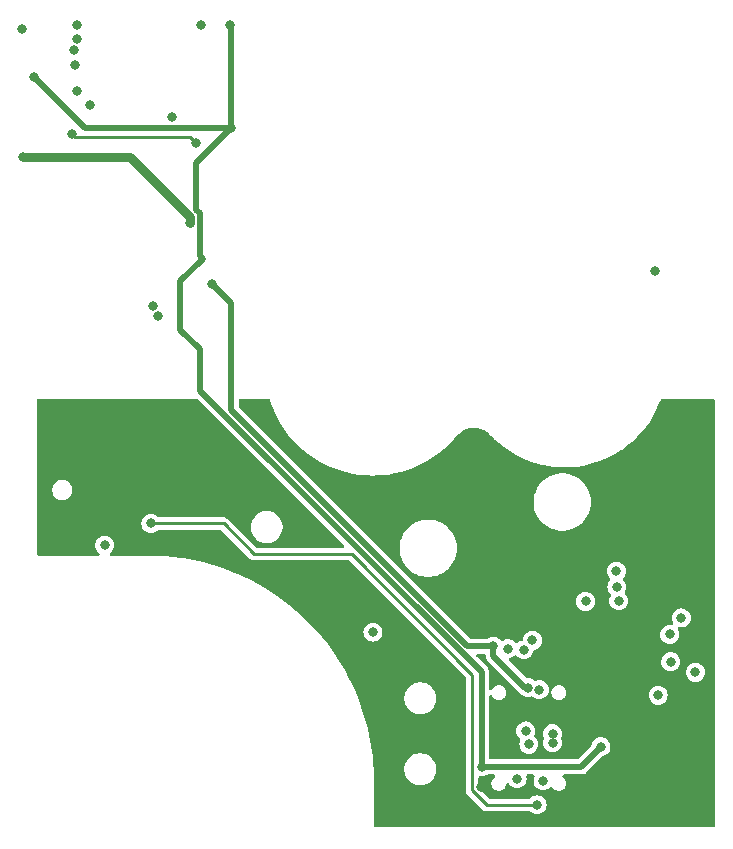
<source format=gbr>
G04 #@! TF.GenerationSoftware,KiCad,Pcbnew,8.0.8+dfsg-1*
G04 #@! TF.CreationDate,2025-03-16T16:51:26-04:00*
G04 #@! TF.ProjectId,RUST_Daughterboard,52555354-5f44-4617-9567-68746572626f,rev?*
G04 #@! TF.SameCoordinates,Original*
G04 #@! TF.FileFunction,Copper,L3,Inr*
G04 #@! TF.FilePolarity,Positive*
%FSLAX46Y46*%
G04 Gerber Fmt 4.6, Leading zero omitted, Abs format (unit mm)*
G04 Created by KiCad (PCBNEW 8.0.8+dfsg-1) date 2025-03-16 16:51:26*
%MOMM*%
%LPD*%
G01*
G04 APERTURE LIST*
G04 #@! TA.AperFunction,ViaPad*
%ADD10C,0.800000*%
G04 #@! TD*
G04 #@! TA.AperFunction,Conductor*
%ADD11C,0.750000*%
G04 #@! TD*
G04 #@! TA.AperFunction,Conductor*
%ADD12C,0.500000*%
G04 #@! TD*
G04 #@! TA.AperFunction,Conductor*
%ADD13C,0.250000*%
G04 #@! TD*
G04 APERTURE END LIST*
D10*
X159132660Y-135507340D03*
X124723699Y-73134294D03*
X133200000Y-111400000D03*
X120300000Y-71300000D03*
X134512299Y-87737701D03*
X176100000Y-126800000D03*
X132500000Y-103900000D03*
X165600000Y-123300000D03*
X148800000Y-123800000D03*
X160600000Y-130800000D03*
X172700000Y-126800000D03*
X130900000Y-110600000D03*
X127400000Y-112800000D03*
X123600000Y-112600000D03*
X150500000Y-110500000D03*
X151500000Y-110500000D03*
X120396006Y-82200000D03*
X174149991Y-127749991D03*
X162924500Y-130769253D03*
X161400000Y-123800000D03*
X175200000Y-124900000D03*
X163100633Y-127097547D03*
X160200000Y-123600000D03*
X177300000Y-125800000D03*
X136400000Y-92900000D03*
X138000000Y-79700000D03*
X121300000Y-75400000D03*
X169300000Y-132100000D03*
X159200000Y-133800000D03*
X137900000Y-71000000D03*
X170650000Y-118550000D03*
X124800000Y-74400000D03*
X124909034Y-72152125D03*
X170600000Y-117250000D03*
X133000000Y-78750000D03*
X164083366Y-127279866D03*
X124900000Y-76600000D03*
X170800000Y-119750000D03*
X126000000Y-77750000D03*
X168000000Y-119800000D03*
X163500000Y-123100000D03*
X176100000Y-121200000D03*
X164400000Y-134974990D03*
X127275000Y-115050000D03*
X163200000Y-131900000D03*
X163900000Y-137025010D03*
X131200000Y-113200000D03*
X150000000Y-122400000D03*
X162200000Y-134800000D03*
X165201292Y-131775010D03*
X131400000Y-94800000D03*
X131826000Y-95600000D03*
X165201292Y-131001292D03*
X173850000Y-91850000D03*
X162775000Y-123900000D03*
X175124500Y-122600000D03*
X135400000Y-71000000D03*
X124900000Y-71000000D03*
X124500000Y-80250000D03*
X135000000Y-81000000D03*
D11*
X134512299Y-87737701D02*
X134512299Y-87268299D01*
X129444000Y-82200000D02*
X120396006Y-82200000D01*
X134512299Y-87268299D02*
X129444000Y-82200000D01*
D12*
X162911547Y-127097547D02*
X163100633Y-127097547D01*
X138000000Y-94500000D02*
X138000000Y-103610756D01*
X157989244Y-123600000D02*
X160200000Y-123600000D01*
X160200000Y-123600000D02*
X160200000Y-124386000D01*
X136400000Y-92900000D02*
X138000000Y-94500000D01*
X160200000Y-124386000D02*
X162911547Y-127097547D01*
X138000000Y-103610756D02*
X157989244Y-123600000D01*
X135361810Y-98461810D02*
X135361810Y-101961810D01*
X138000000Y-79700000D02*
X138000000Y-71100000D01*
X135050000Y-86639952D02*
X135361810Y-86951762D01*
X167600000Y-133800000D02*
X169300000Y-132100000D01*
X135361810Y-86951762D02*
X135361810Y-90561810D01*
X133700000Y-92700000D02*
X133700000Y-96800000D01*
X135361810Y-90561810D02*
X135600000Y-90800000D01*
X159200000Y-125800000D02*
X159200000Y-133800000D01*
X133700000Y-96800000D02*
X135361810Y-98461810D01*
X135600000Y-90800000D02*
X133700000Y-92700000D01*
X125600000Y-79700000D02*
X138000000Y-79700000D01*
X135050000Y-82650000D02*
X135050000Y-86639952D01*
X121300000Y-75400000D02*
X125600000Y-79700000D01*
X159200000Y-133800000D02*
X167600000Y-133800000D01*
X138000000Y-71100000D02*
X137900000Y-71000000D01*
X138000000Y-79700000D02*
X135050000Y-82650000D01*
X135361810Y-101961810D02*
X159200000Y-125800000D01*
D13*
X158400000Y-126000000D02*
X158400000Y-135800000D01*
X137350000Y-113200000D02*
X139950000Y-115800000D01*
X159625010Y-137025010D02*
X163900000Y-137025010D01*
X148200000Y-115800000D02*
X158400000Y-126000000D01*
X131200000Y-113200000D02*
X137350000Y-113200000D01*
X139950000Y-115800000D02*
X148200000Y-115800000D01*
X158400000Y-135800000D02*
X159625010Y-137025010D01*
X135000000Y-81000000D02*
X134500000Y-80500000D01*
X134500000Y-80500000D02*
X124750000Y-80500000D01*
X124750000Y-80500000D02*
X124500000Y-80250000D01*
G04 #@! TA.AperFunction,Conductor*
G36*
X135125985Y-102650002D02*
G01*
X135146959Y-102666905D01*
X147539459Y-115059405D01*
X147573485Y-115121717D01*
X147568420Y-115192532D01*
X147525873Y-115249368D01*
X147459353Y-115274179D01*
X147450364Y-115274500D01*
X140219859Y-115274500D01*
X140151738Y-115254498D01*
X140130764Y-115237595D01*
X138286882Y-113393713D01*
X139649500Y-113393713D01*
X139649500Y-113606287D01*
X139682754Y-113816243D01*
X139748443Y-114018412D01*
X139844949Y-114207816D01*
X139969896Y-114379792D01*
X139969898Y-114379794D01*
X139969900Y-114379797D01*
X140120202Y-114530099D01*
X140120205Y-114530101D01*
X140120208Y-114530104D01*
X140292184Y-114655051D01*
X140481588Y-114751557D01*
X140683757Y-114817246D01*
X140893713Y-114850500D01*
X140893716Y-114850500D01*
X141106284Y-114850500D01*
X141106287Y-114850500D01*
X141316243Y-114817246D01*
X141518412Y-114751557D01*
X141707816Y-114655051D01*
X141879792Y-114530104D01*
X142030104Y-114379792D01*
X142155051Y-114207816D01*
X142251557Y-114018412D01*
X142317246Y-113816243D01*
X142350500Y-113606287D01*
X142350500Y-113393713D01*
X142317246Y-113183757D01*
X142251557Y-112981588D01*
X142155051Y-112792184D01*
X142030104Y-112620208D01*
X142030101Y-112620205D01*
X142030099Y-112620202D01*
X141879797Y-112469900D01*
X141879794Y-112469898D01*
X141879792Y-112469896D01*
X141707816Y-112344949D01*
X141518412Y-112248443D01*
X141316243Y-112182754D01*
X141106287Y-112149500D01*
X140893713Y-112149500D01*
X140683757Y-112182754D01*
X140683754Y-112182754D01*
X140683753Y-112182755D01*
X140481588Y-112248443D01*
X140481586Y-112248444D01*
X140292180Y-112344951D01*
X140120205Y-112469898D01*
X140120202Y-112469900D01*
X139969900Y-112620202D01*
X139969898Y-112620205D01*
X139844951Y-112792180D01*
X139748444Y-112981586D01*
X139748443Y-112981588D01*
X139723729Y-113057651D01*
X139682754Y-113183757D01*
X139649500Y-113393713D01*
X138286882Y-113393713D01*
X137777693Y-112884524D01*
X137777681Y-112884510D01*
X137672671Y-112779500D01*
X137672661Y-112779492D01*
X137552838Y-112710313D01*
X137552837Y-112710312D01*
X137552836Y-112710312D01*
X137524591Y-112702743D01*
X137524589Y-112702742D01*
X137475669Y-112689634D01*
X137419183Y-112674499D01*
X137280817Y-112674499D01*
X137273099Y-112674499D01*
X137273083Y-112674500D01*
X131858768Y-112674500D01*
X131790647Y-112654498D01*
X131769677Y-112637599D01*
X131702262Y-112570184D01*
X131702261Y-112570183D01*
X131702259Y-112570181D01*
X131549525Y-112474212D01*
X131549522Y-112474211D01*
X131537190Y-112469896D01*
X131379255Y-112414632D01*
X131200000Y-112394435D01*
X131020745Y-112414632D01*
X131020742Y-112414632D01*
X131020742Y-112414633D01*
X130850477Y-112474211D01*
X130850474Y-112474212D01*
X130697739Y-112570182D01*
X130697737Y-112570183D01*
X130570183Y-112697737D01*
X130570182Y-112697739D01*
X130474212Y-112850474D01*
X130474211Y-112850477D01*
X130452071Y-112913751D01*
X130414632Y-113020745D01*
X130394435Y-113200000D01*
X130414632Y-113379255D01*
X130437975Y-113445965D01*
X130474211Y-113549522D01*
X130474212Y-113549525D01*
X130570182Y-113702260D01*
X130570183Y-113702262D01*
X130697737Y-113829816D01*
X130697739Y-113829817D01*
X130850474Y-113925787D01*
X130850475Y-113925787D01*
X130850478Y-113925789D01*
X131020745Y-113985368D01*
X131200000Y-114005565D01*
X131379255Y-113985368D01*
X131549522Y-113925789D01*
X131702262Y-113829816D01*
X131769674Y-113762403D01*
X131831984Y-113728380D01*
X131858768Y-113725500D01*
X137080141Y-113725500D01*
X137148262Y-113745502D01*
X137169236Y-113762405D01*
X139525084Y-116118253D01*
X139525105Y-116118276D01*
X139627328Y-116220499D01*
X139627333Y-116220503D01*
X139627335Y-116220505D01*
X139627336Y-116220506D01*
X139627338Y-116220507D01*
X139747159Y-116289686D01*
X139747161Y-116289686D01*
X139747164Y-116289688D01*
X139813625Y-116307496D01*
X139813627Y-116307497D01*
X139839695Y-116314481D01*
X139880816Y-116325500D01*
X139880817Y-116325500D01*
X147930141Y-116325500D01*
X147998262Y-116345502D01*
X148019236Y-116362405D01*
X157837595Y-126180764D01*
X157871621Y-126243076D01*
X157874500Y-126269859D01*
X157874500Y-135723082D01*
X157874499Y-135723100D01*
X157874499Y-135730817D01*
X157874499Y-135869183D01*
X157902743Y-135974591D01*
X157910312Y-136002836D01*
X157910313Y-136002837D01*
X157910313Y-136002838D01*
X157979492Y-136122661D01*
X157979500Y-136122671D01*
X158084505Y-136227676D01*
X158084518Y-136227687D01*
X159302345Y-137445515D01*
X159422175Y-137514699D01*
X159555827Y-137550511D01*
X159555829Y-137550511D01*
X159701911Y-137550511D01*
X159701927Y-137550510D01*
X163241232Y-137550510D01*
X163309353Y-137570512D01*
X163330322Y-137587410D01*
X163397738Y-137654826D01*
X163397740Y-137654828D01*
X163550474Y-137750797D01*
X163550475Y-137750797D01*
X163550478Y-137750799D01*
X163720745Y-137810378D01*
X163900000Y-137830575D01*
X164079255Y-137810378D01*
X164249522Y-137750799D01*
X164402262Y-137654826D01*
X164529816Y-137527272D01*
X164625789Y-137374532D01*
X164685368Y-137204265D01*
X164705565Y-137025010D01*
X164685368Y-136845755D01*
X164625789Y-136675488D01*
X164625787Y-136675485D01*
X164625787Y-136675484D01*
X164529817Y-136522749D01*
X164529816Y-136522747D01*
X164402262Y-136395193D01*
X164402260Y-136395192D01*
X164249525Y-136299222D01*
X164249522Y-136299221D01*
X164079255Y-136239642D01*
X163900000Y-136219445D01*
X163720745Y-136239642D01*
X163720742Y-136239642D01*
X163720742Y-136239643D01*
X163550477Y-136299221D01*
X163550474Y-136299222D01*
X163397740Y-136395191D01*
X163364034Y-136428898D01*
X163330325Y-136462606D01*
X163268016Y-136496630D01*
X163241232Y-136499510D01*
X159894870Y-136499510D01*
X159826749Y-136479508D01*
X159805775Y-136462605D01*
X158962405Y-135619235D01*
X158928379Y-135556923D01*
X158925500Y-135530140D01*
X158925500Y-134715630D01*
X158945502Y-134647509D01*
X158999158Y-134601016D01*
X159065605Y-134590422D01*
X159200000Y-134605565D01*
X159379255Y-134585368D01*
X159549522Y-134525789D01*
X159613478Y-134485603D01*
X159638608Y-134469813D01*
X159705644Y-134450500D01*
X160231469Y-134450500D01*
X160299590Y-134470502D01*
X160346083Y-134524158D01*
X160356187Y-134594432D01*
X160326693Y-134659012D01*
X160301471Y-134681265D01*
X160258084Y-134710255D01*
X160258077Y-134710260D01*
X160170260Y-134798077D01*
X160170255Y-134798084D01*
X160114958Y-134880843D01*
X160101258Y-134901346D01*
X160066615Y-134984982D01*
X160053730Y-135016088D01*
X160053729Y-135016091D01*
X160029500Y-135137895D01*
X160029500Y-135262104D01*
X160040469Y-135317246D01*
X160053729Y-135383910D01*
X160101258Y-135498654D01*
X160170258Y-135601920D01*
X160258080Y-135689742D01*
X160361346Y-135758742D01*
X160476090Y-135806271D01*
X160580972Y-135827132D01*
X160597895Y-135830499D01*
X160597898Y-135830499D01*
X160597901Y-135830500D01*
X160597902Y-135830500D01*
X160722098Y-135830500D01*
X160722099Y-135830500D01*
X160843910Y-135806271D01*
X160958654Y-135758742D01*
X161061920Y-135689742D01*
X161149742Y-135601920D01*
X161218742Y-135498654D01*
X161266271Y-135383910D01*
X161289900Y-135265114D01*
X161322807Y-135202205D01*
X161384502Y-135167073D01*
X161455397Y-135170873D01*
X161512983Y-135212398D01*
X161520166Y-135222660D01*
X161570182Y-135302260D01*
X161570183Y-135302262D01*
X161697737Y-135429816D01*
X161697739Y-135429817D01*
X161850474Y-135525787D01*
X161850475Y-135525787D01*
X161850478Y-135525789D01*
X162020745Y-135585368D01*
X162200000Y-135605565D01*
X162379255Y-135585368D01*
X162549522Y-135525789D01*
X162702262Y-135429816D01*
X162829816Y-135302262D01*
X162925789Y-135149522D01*
X162985368Y-134979255D01*
X163005565Y-134800000D01*
X162985368Y-134620745D01*
X162984445Y-134618109D01*
X162984353Y-134616300D01*
X162983795Y-134613854D01*
X162984223Y-134613756D01*
X162980829Y-134547207D01*
X163016121Y-134485603D01*
X163079115Y-134452858D01*
X163103377Y-134450500D01*
X163557944Y-134450500D01*
X163626065Y-134470502D01*
X163672558Y-134524158D01*
X163682662Y-134594432D01*
X163675359Y-134618373D01*
X163676548Y-134618789D01*
X163662473Y-134659012D01*
X163614632Y-134795735D01*
X163594435Y-134974990D01*
X163614632Y-135154245D01*
X163653427Y-135265115D01*
X163674211Y-135324512D01*
X163674212Y-135324515D01*
X163770182Y-135477250D01*
X163770183Y-135477252D01*
X163897737Y-135604806D01*
X163897739Y-135604807D01*
X164050474Y-135700777D01*
X164050475Y-135700777D01*
X164050478Y-135700779D01*
X164220745Y-135760358D01*
X164400000Y-135780555D01*
X164579255Y-135760358D01*
X164749522Y-135700779D01*
X164825892Y-135652792D01*
X164902259Y-135604808D01*
X164902259Y-135604807D01*
X164902262Y-135604806D01*
X165003464Y-135503603D01*
X165065774Y-135469580D01*
X165136590Y-135474644D01*
X165193426Y-135517191D01*
X165197323Y-135522698D01*
X165250254Y-135601915D01*
X165250256Y-135601918D01*
X165250258Y-135601920D01*
X165338080Y-135689742D01*
X165441346Y-135758742D01*
X165556090Y-135806271D01*
X165660972Y-135827132D01*
X165677895Y-135830499D01*
X165677898Y-135830499D01*
X165677901Y-135830500D01*
X165677902Y-135830500D01*
X165802098Y-135830500D01*
X165802099Y-135830500D01*
X165923910Y-135806271D01*
X166038654Y-135758742D01*
X166141920Y-135689742D01*
X166229742Y-135601920D01*
X166298742Y-135498654D01*
X166346271Y-135383910D01*
X166370500Y-135262099D01*
X166370500Y-135137901D01*
X166346271Y-135016090D01*
X166298742Y-134901346D01*
X166229742Y-134798080D01*
X166141920Y-134710258D01*
X166098529Y-134681265D01*
X166053001Y-134626788D01*
X166044153Y-134556345D01*
X166074794Y-134492301D01*
X166135196Y-134454990D01*
X166168531Y-134450500D01*
X167664064Y-134450500D01*
X167664069Y-134450500D01*
X167789744Y-134425501D01*
X167908127Y-134376465D01*
X167918838Y-134369308D01*
X168014669Y-134305277D01*
X169397729Y-132922215D01*
X169460038Y-132888193D01*
X169472716Y-132886105D01*
X169476199Y-132885712D01*
X169479255Y-132885368D01*
X169649522Y-132825789D01*
X169802262Y-132729816D01*
X169929816Y-132602262D01*
X170025789Y-132449522D01*
X170085368Y-132279255D01*
X170105565Y-132100000D01*
X170085368Y-131920745D01*
X170025789Y-131750478D01*
X170025787Y-131750475D01*
X170025787Y-131750474D01*
X169929817Y-131597739D01*
X169929816Y-131597737D01*
X169802262Y-131470183D01*
X169802260Y-131470182D01*
X169649525Y-131374212D01*
X169649522Y-131374211D01*
X169570431Y-131346536D01*
X169479255Y-131314632D01*
X169300000Y-131294435D01*
X169120745Y-131314632D01*
X169120742Y-131314632D01*
X169120742Y-131314633D01*
X168950477Y-131374211D01*
X168950474Y-131374212D01*
X168797739Y-131470182D01*
X168797737Y-131470183D01*
X168670183Y-131597737D01*
X168670182Y-131597739D01*
X168574212Y-131750474D01*
X168574211Y-131750477D01*
X168514633Y-131920738D01*
X168514631Y-131920749D01*
X168513894Y-131927291D01*
X168486386Y-131992742D01*
X168477782Y-132002270D01*
X167367457Y-133112596D01*
X167305147Y-133146620D01*
X167278364Y-133149500D01*
X159976500Y-133149500D01*
X159908379Y-133129498D01*
X159861886Y-133075842D01*
X159850500Y-133023500D01*
X159850500Y-130769253D01*
X162118935Y-130769253D01*
X162139132Y-130948508D01*
X162139133Y-130948510D01*
X162198711Y-131118775D01*
X162198712Y-131118778D01*
X162294682Y-131271513D01*
X162294683Y-131271515D01*
X162422235Y-131399067D01*
X162423193Y-131399669D01*
X162423679Y-131400218D01*
X162427770Y-131403481D01*
X162427198Y-131404197D01*
X162470231Y-131452847D01*
X162481052Y-131523014D01*
X162475088Y-131547972D01*
X162474211Y-131550477D01*
X162474211Y-131550478D01*
X162414632Y-131720745D01*
X162394435Y-131900000D01*
X162414632Y-132079255D01*
X162414633Y-132079257D01*
X162474211Y-132249522D01*
X162474212Y-132249525D01*
X162570182Y-132402260D01*
X162570183Y-132402262D01*
X162697737Y-132529816D01*
X162697739Y-132529817D01*
X162850474Y-132625787D01*
X162850475Y-132625787D01*
X162850478Y-132625789D01*
X163020745Y-132685368D01*
X163200000Y-132705565D01*
X163379255Y-132685368D01*
X163549522Y-132625789D01*
X163702262Y-132529816D01*
X163829816Y-132402262D01*
X163925789Y-132249522D01*
X163985368Y-132079255D01*
X164005565Y-131900000D01*
X163985368Y-131720745D01*
X163925789Y-131550478D01*
X163925787Y-131550475D01*
X163925787Y-131550474D01*
X163829817Y-131397739D01*
X163829816Y-131397737D01*
X163702264Y-131270185D01*
X163702259Y-131270181D01*
X163701302Y-131269580D01*
X163700815Y-131269030D01*
X163696730Y-131265772D01*
X163697300Y-131265056D01*
X163654266Y-131216400D01*
X163643448Y-131146233D01*
X163649412Y-131121280D01*
X163650289Y-131118775D01*
X163691398Y-131001292D01*
X164395727Y-131001292D01*
X164415924Y-131180547D01*
X164474006Y-131346537D01*
X164477624Y-131417441D01*
X164474006Y-131429765D01*
X164415924Y-131595754D01*
X164415700Y-131597739D01*
X164395727Y-131775010D01*
X164415924Y-131954265D01*
X164415925Y-131954267D01*
X164475503Y-132124532D01*
X164475504Y-132124535D01*
X164571474Y-132277270D01*
X164571475Y-132277272D01*
X164699029Y-132404826D01*
X164699031Y-132404827D01*
X164851766Y-132500797D01*
X164851767Y-132500797D01*
X164851770Y-132500799D01*
X165022037Y-132560378D01*
X165201292Y-132580575D01*
X165380547Y-132560378D01*
X165550814Y-132500799D01*
X165703554Y-132404826D01*
X165831108Y-132277272D01*
X165927081Y-132124532D01*
X165986660Y-131954265D01*
X166006857Y-131775010D01*
X165986660Y-131595755D01*
X165928578Y-131429765D01*
X165924958Y-131358862D01*
X165928578Y-131346536D01*
X165939741Y-131314633D01*
X165986660Y-131180547D01*
X166006857Y-131001292D01*
X165986660Y-130822037D01*
X165927081Y-130651770D01*
X165927079Y-130651767D01*
X165927079Y-130651766D01*
X165831109Y-130499031D01*
X165831108Y-130499029D01*
X165703554Y-130371475D01*
X165703552Y-130371474D01*
X165550817Y-130275504D01*
X165550814Y-130275503D01*
X165526485Y-130266990D01*
X165380547Y-130215924D01*
X165201292Y-130195727D01*
X165022037Y-130215924D01*
X165022034Y-130215924D01*
X165022034Y-130215925D01*
X164851769Y-130275503D01*
X164851766Y-130275504D01*
X164699031Y-130371474D01*
X164699029Y-130371475D01*
X164571475Y-130499029D01*
X164571474Y-130499031D01*
X164475504Y-130651766D01*
X164475503Y-130651769D01*
X164475503Y-130651770D01*
X164415924Y-130822037D01*
X164401674Y-130948508D01*
X164395727Y-131001292D01*
X163691398Y-131001292D01*
X163709868Y-130948508D01*
X163730065Y-130769253D01*
X163709868Y-130589998D01*
X163650289Y-130419731D01*
X163650287Y-130419728D01*
X163650287Y-130419727D01*
X163554317Y-130266992D01*
X163554316Y-130266990D01*
X163426762Y-130139436D01*
X163426760Y-130139435D01*
X163274025Y-130043465D01*
X163274022Y-130043464D01*
X163103755Y-129983885D01*
X162924500Y-129963688D01*
X162745245Y-129983885D01*
X162745242Y-129983885D01*
X162745242Y-129983886D01*
X162574977Y-130043464D01*
X162574974Y-130043465D01*
X162422239Y-130139435D01*
X162422237Y-130139436D01*
X162294683Y-130266990D01*
X162294682Y-130266992D01*
X162198712Y-130419727D01*
X162198711Y-130419730D01*
X162198711Y-130419731D01*
X162139132Y-130589998D01*
X162118935Y-130769253D01*
X159850500Y-130769253D01*
X159850500Y-127826715D01*
X159870502Y-127758594D01*
X159924158Y-127712101D01*
X159994432Y-127701997D01*
X160059012Y-127731491D01*
X160092909Y-127778498D01*
X160101256Y-127798651D01*
X160101257Y-127798653D01*
X160117749Y-127823335D01*
X160170258Y-127901920D01*
X160258080Y-127989742D01*
X160361346Y-128058742D01*
X160476090Y-128106271D01*
X160580972Y-128127132D01*
X160597895Y-128130499D01*
X160597898Y-128130499D01*
X160597901Y-128130500D01*
X160597902Y-128130500D01*
X160722098Y-128130500D01*
X160722099Y-128130500D01*
X160843910Y-128106271D01*
X160958654Y-128058742D01*
X161061920Y-127989742D01*
X161149742Y-127901920D01*
X161218742Y-127798654D01*
X161266271Y-127683910D01*
X161290500Y-127562099D01*
X161290500Y-127437901D01*
X161266271Y-127316090D01*
X161218742Y-127201346D01*
X161149742Y-127098080D01*
X161061920Y-127010258D01*
X160958654Y-126941258D01*
X160843910Y-126893729D01*
X160809106Y-126886806D01*
X160722104Y-126869500D01*
X160722099Y-126869500D01*
X160597901Y-126869500D01*
X160597895Y-126869500D01*
X160493491Y-126890267D01*
X160476090Y-126893729D01*
X160387695Y-126930344D01*
X160361344Y-126941259D01*
X160258084Y-127010255D01*
X160258077Y-127010260D01*
X160170260Y-127098077D01*
X160170255Y-127098084D01*
X160101257Y-127201346D01*
X160101255Y-127201350D01*
X160092908Y-127221503D01*
X160048360Y-127276784D01*
X159980996Y-127299204D01*
X159912205Y-127281645D01*
X159863827Y-127229683D01*
X159850500Y-127173284D01*
X159850500Y-125735935D01*
X159850500Y-125735931D01*
X159825501Y-125610256D01*
X159778655Y-125497159D01*
X159776466Y-125491874D01*
X159705277Y-125385331D01*
X158785539Y-124465593D01*
X158751516Y-124403283D01*
X158756580Y-124332468D01*
X158799127Y-124275632D01*
X158865647Y-124250821D01*
X158874636Y-124250500D01*
X159423500Y-124250500D01*
X159491621Y-124270502D01*
X159538114Y-124324158D01*
X159549500Y-124376500D01*
X159549500Y-124450069D01*
X159574499Y-124575744D01*
X159578962Y-124586518D01*
X159623535Y-124694127D01*
X159694723Y-124800669D01*
X159694726Y-124800673D01*
X162421814Y-127527760D01*
X162439406Y-127549819D01*
X162470817Y-127599809D01*
X162470820Y-127599813D01*
X162598370Y-127727363D01*
X162598372Y-127727364D01*
X162751107Y-127823334D01*
X162751108Y-127823334D01*
X162751111Y-127823336D01*
X162921378Y-127882915D01*
X163100633Y-127903112D01*
X163279888Y-127882915D01*
X163408468Y-127837923D01*
X163479372Y-127834303D01*
X163539178Y-127867757D01*
X163581103Y-127909682D01*
X163581105Y-127909683D01*
X163733840Y-128005653D01*
X163733841Y-128005653D01*
X163733844Y-128005655D01*
X163904111Y-128065234D01*
X164083366Y-128085431D01*
X164262621Y-128065234D01*
X164432888Y-128005655D01*
X164585628Y-127909682D01*
X164713182Y-127782128D01*
X164809155Y-127629388D01*
X164864571Y-127471015D01*
X164905949Y-127413325D01*
X164945204Y-127397764D01*
X165025964Y-127397764D01*
X165041617Y-127400836D01*
X165092833Y-127450003D01*
X165109500Y-127512632D01*
X165109500Y-127562104D01*
X165122884Y-127629388D01*
X165133729Y-127683910D01*
X165181258Y-127798654D01*
X165250258Y-127901920D01*
X165338080Y-127989742D01*
X165441346Y-128058742D01*
X165556090Y-128106271D01*
X165660972Y-128127132D01*
X165677895Y-128130499D01*
X165677898Y-128130499D01*
X165677901Y-128130500D01*
X165677902Y-128130500D01*
X165802098Y-128130500D01*
X165802099Y-128130500D01*
X165923910Y-128106271D01*
X166038654Y-128058742D01*
X166141920Y-127989742D01*
X166229742Y-127901920D01*
X166298742Y-127798654D01*
X166318899Y-127749991D01*
X173344426Y-127749991D01*
X173364623Y-127929246D01*
X173424202Y-128099513D01*
X173424203Y-128099516D01*
X173520173Y-128252251D01*
X173520174Y-128252253D01*
X173647728Y-128379807D01*
X173647730Y-128379808D01*
X173800465Y-128475778D01*
X173800466Y-128475778D01*
X173800469Y-128475780D01*
X173970736Y-128535359D01*
X174149991Y-128555556D01*
X174329246Y-128535359D01*
X174499513Y-128475780D01*
X174652253Y-128379807D01*
X174779807Y-128252253D01*
X174875780Y-128099513D01*
X174935359Y-127929246D01*
X174955556Y-127749991D01*
X174935359Y-127570736D01*
X174875780Y-127400469D01*
X174875778Y-127400466D01*
X174875778Y-127400465D01*
X174779808Y-127247730D01*
X174779807Y-127247728D01*
X174652253Y-127120174D01*
X174652251Y-127120173D01*
X174499516Y-127024203D01*
X174499513Y-127024202D01*
X174459655Y-127010255D01*
X174329246Y-126964623D01*
X174149991Y-126944426D01*
X173970736Y-126964623D01*
X173970733Y-126964623D01*
X173970733Y-126964624D01*
X173800468Y-127024202D01*
X173800465Y-127024203D01*
X173647730Y-127120173D01*
X173647728Y-127120174D01*
X173520174Y-127247728D01*
X173520173Y-127247730D01*
X173424203Y-127400465D01*
X173424202Y-127400468D01*
X173406869Y-127450003D01*
X173364623Y-127570736D01*
X173344426Y-127749991D01*
X166318899Y-127749991D01*
X166346271Y-127683910D01*
X166370500Y-127562099D01*
X166370500Y-127437901D01*
X166346271Y-127316090D01*
X166298742Y-127201346D01*
X166229742Y-127098080D01*
X166141920Y-127010258D01*
X166038654Y-126941258D01*
X165923910Y-126893729D01*
X165889106Y-126886806D01*
X165802104Y-126869500D01*
X165802099Y-126869500D01*
X165677901Y-126869500D01*
X165677895Y-126869500D01*
X165573491Y-126890267D01*
X165556090Y-126893729D01*
X165467695Y-126930344D01*
X165441344Y-126941259D01*
X165338084Y-127010255D01*
X165338077Y-127010260D01*
X165250260Y-127098077D01*
X165250255Y-127098084D01*
X165235473Y-127120208D01*
X165181258Y-127201346D01*
X165140724Y-127299204D01*
X165131360Y-127321810D01*
X165128739Y-127320724D01*
X165096208Y-127369937D01*
X165031252Y-127398594D01*
X165025964Y-127397764D01*
X164945204Y-127397764D01*
X164968113Y-127388683D01*
X164961115Y-127387585D01*
X164908063Y-127340404D01*
X164892632Y-127286570D01*
X164889723Y-127286898D01*
X164888931Y-127279866D01*
X164868734Y-127100611D01*
X164809155Y-126930344D01*
X164809153Y-126930341D01*
X164809153Y-126930340D01*
X164713183Y-126777605D01*
X164713182Y-126777603D01*
X164585628Y-126650049D01*
X164585626Y-126650048D01*
X164432891Y-126554078D01*
X164432888Y-126554077D01*
X164391201Y-126539490D01*
X164262621Y-126494498D01*
X164083366Y-126474301D01*
X163904111Y-126494498D01*
X163904108Y-126494498D01*
X163904107Y-126494499D01*
X163775530Y-126539490D01*
X163704625Y-126543109D01*
X163644821Y-126509657D01*
X163602895Y-126467731D01*
X163602892Y-126467729D01*
X163602891Y-126467728D01*
X163450158Y-126371759D01*
X163450155Y-126371758D01*
X163279888Y-126312179D01*
X163100633Y-126291982D01*
X163100631Y-126291982D01*
X163100630Y-126291982D01*
X163100629Y-126291982D01*
X163093784Y-126292753D01*
X163023852Y-126280501D01*
X162990586Y-126256640D01*
X162533946Y-125800000D01*
X176494435Y-125800000D01*
X176514632Y-125979255D01*
X176574211Y-126149522D01*
X176574212Y-126149525D01*
X176670182Y-126302260D01*
X176670183Y-126302262D01*
X176797737Y-126429816D01*
X176797739Y-126429817D01*
X176950474Y-126525787D01*
X176950475Y-126525787D01*
X176950478Y-126525789D01*
X177120745Y-126585368D01*
X177300000Y-126605565D01*
X177479255Y-126585368D01*
X177649522Y-126525789D01*
X177802262Y-126429816D01*
X177929816Y-126302262D01*
X178025789Y-126149522D01*
X178085368Y-125979255D01*
X178105565Y-125800000D01*
X178085368Y-125620745D01*
X178025789Y-125450478D01*
X178025787Y-125450475D01*
X178025787Y-125450474D01*
X177929817Y-125297739D01*
X177929816Y-125297737D01*
X177802262Y-125170183D01*
X177802260Y-125170182D01*
X177649525Y-125074212D01*
X177649522Y-125074211D01*
X177479255Y-125014632D01*
X177300000Y-124994435D01*
X177120745Y-125014632D01*
X177120742Y-125014632D01*
X177120742Y-125014633D01*
X176950477Y-125074211D01*
X176950474Y-125074212D01*
X176797739Y-125170182D01*
X176797737Y-125170183D01*
X176670183Y-125297737D01*
X176670182Y-125297739D01*
X176574212Y-125450474D01*
X176574211Y-125450477D01*
X176546449Y-125529816D01*
X176514632Y-125620745D01*
X176494435Y-125800000D01*
X162533946Y-125800000D01*
X161633946Y-124900000D01*
X174394435Y-124900000D01*
X174414632Y-125079255D01*
X174474211Y-125249522D01*
X174474212Y-125249525D01*
X174570182Y-125402260D01*
X174570183Y-125402262D01*
X174697737Y-125529816D01*
X174697739Y-125529817D01*
X174850474Y-125625787D01*
X174850475Y-125625787D01*
X174850478Y-125625789D01*
X175020745Y-125685368D01*
X175200000Y-125705565D01*
X175379255Y-125685368D01*
X175549522Y-125625789D01*
X175702262Y-125529816D01*
X175829816Y-125402262D01*
X175925789Y-125249522D01*
X175985368Y-125079255D01*
X176005565Y-124900000D01*
X175985368Y-124720745D01*
X175925789Y-124550478D01*
X175925787Y-124550475D01*
X175925787Y-124550474D01*
X175829817Y-124397739D01*
X175829816Y-124397737D01*
X175702262Y-124270183D01*
X175702260Y-124270182D01*
X175549525Y-124174212D01*
X175549522Y-124174211D01*
X175434831Y-124134079D01*
X175379255Y-124114632D01*
X175200000Y-124094435D01*
X175020745Y-124114632D01*
X175020742Y-124114632D01*
X175020742Y-124114633D01*
X174850477Y-124174211D01*
X174850474Y-124174212D01*
X174697739Y-124270182D01*
X174697737Y-124270183D01*
X174570183Y-124397737D01*
X174570182Y-124397739D01*
X174474212Y-124550474D01*
X174474211Y-124550477D01*
X174435392Y-124661415D01*
X174414632Y-124720745D01*
X174394435Y-124900000D01*
X161633946Y-124900000D01*
X161528488Y-124794542D01*
X161494462Y-124732230D01*
X161499527Y-124661415D01*
X161542074Y-124604579D01*
X161575968Y-124586518D01*
X161579254Y-124585368D01*
X161579255Y-124585368D01*
X161749522Y-124525789D01*
X161902262Y-124429816D01*
X161950357Y-124381720D01*
X162012667Y-124347697D01*
X162083482Y-124352761D01*
X162140318Y-124395307D01*
X162144545Y-124401461D01*
X162145187Y-124402266D01*
X162272737Y-124529816D01*
X162272739Y-124529817D01*
X162425474Y-124625787D01*
X162425475Y-124625787D01*
X162425478Y-124625789D01*
X162595745Y-124685368D01*
X162775000Y-124705565D01*
X162954255Y-124685368D01*
X163124522Y-124625789D01*
X163277262Y-124529816D01*
X163404816Y-124402262D01*
X163500789Y-124249522D01*
X163560368Y-124079255D01*
X163569715Y-123996289D01*
X163597217Y-123930841D01*
X163655740Y-123890647D01*
X163672368Y-123887030D01*
X163672349Y-123886944D01*
X163679245Y-123885369D01*
X163679255Y-123885368D01*
X163849522Y-123825789D01*
X164002262Y-123729816D01*
X164129816Y-123602262D01*
X164225789Y-123449522D01*
X164285368Y-123279255D01*
X164305565Y-123100000D01*
X164285368Y-122920745D01*
X164225789Y-122750478D01*
X164225787Y-122750475D01*
X164225787Y-122750474D01*
X164131238Y-122600000D01*
X174318935Y-122600000D01*
X174339132Y-122779255D01*
X174391704Y-122929498D01*
X174398711Y-122949522D01*
X174398712Y-122949525D01*
X174494682Y-123102260D01*
X174494683Y-123102262D01*
X174622237Y-123229816D01*
X174622239Y-123229817D01*
X174774974Y-123325787D01*
X174774975Y-123325787D01*
X174774978Y-123325789D01*
X174945245Y-123385368D01*
X175124500Y-123405565D01*
X175303755Y-123385368D01*
X175474022Y-123325789D01*
X175626762Y-123229816D01*
X175754316Y-123102262D01*
X175850289Y-122949522D01*
X175909868Y-122779255D01*
X175930065Y-122600000D01*
X175909868Y-122420745D01*
X175850289Y-122250478D01*
X175842683Y-122238373D01*
X175804851Y-122178163D01*
X175785545Y-122109842D01*
X175806240Y-122041929D01*
X175860367Y-121995985D01*
X175925641Y-121985919D01*
X176100000Y-122005565D01*
X176279255Y-121985368D01*
X176449522Y-121925789D01*
X176602262Y-121829816D01*
X176729816Y-121702262D01*
X176825789Y-121549522D01*
X176885368Y-121379255D01*
X176905565Y-121200000D01*
X176885368Y-121020745D01*
X176825789Y-120850478D01*
X176825787Y-120850475D01*
X176825787Y-120850474D01*
X176729817Y-120697739D01*
X176729816Y-120697737D01*
X176602262Y-120570183D01*
X176602260Y-120570182D01*
X176449525Y-120474212D01*
X176449522Y-120474211D01*
X176322648Y-120429816D01*
X176279255Y-120414632D01*
X176100000Y-120394435D01*
X175920745Y-120414632D01*
X175920742Y-120414632D01*
X175920742Y-120414633D01*
X175750477Y-120474211D01*
X175750474Y-120474212D01*
X175597739Y-120570182D01*
X175597737Y-120570183D01*
X175470183Y-120697737D01*
X175470182Y-120697739D01*
X175374212Y-120850474D01*
X175374211Y-120850477D01*
X175351121Y-120916465D01*
X175314632Y-121020745D01*
X175294435Y-121200000D01*
X175314632Y-121379255D01*
X175314633Y-121379257D01*
X175374211Y-121549522D01*
X175374212Y-121549525D01*
X175419648Y-121621836D01*
X175438954Y-121690158D01*
X175418258Y-121758071D01*
X175364131Y-121804014D01*
X175298854Y-121814079D01*
X175124500Y-121794435D01*
X174945245Y-121814632D01*
X174945242Y-121814632D01*
X174945242Y-121814633D01*
X174774977Y-121874211D01*
X174774974Y-121874212D01*
X174622239Y-121970182D01*
X174622237Y-121970183D01*
X174494683Y-122097737D01*
X174494682Y-122097739D01*
X174398712Y-122250474D01*
X174398711Y-122250477D01*
X174346391Y-122400000D01*
X174339132Y-122420745D01*
X174318935Y-122600000D01*
X164131238Y-122600000D01*
X164129817Y-122597739D01*
X164129816Y-122597737D01*
X164002262Y-122470183D01*
X164002260Y-122470182D01*
X163849525Y-122374212D01*
X163849522Y-122374211D01*
X163679255Y-122314632D01*
X163500000Y-122294435D01*
X163320745Y-122314632D01*
X163320742Y-122314632D01*
X163320742Y-122314633D01*
X163150477Y-122374211D01*
X163150474Y-122374212D01*
X162997739Y-122470182D01*
X162997737Y-122470183D01*
X162870183Y-122597737D01*
X162870182Y-122597739D01*
X162774212Y-122750474D01*
X162774211Y-122750477D01*
X162721100Y-122902260D01*
X162714632Y-122920745D01*
X162705284Y-123003709D01*
X162677781Y-123069161D01*
X162619257Y-123109353D01*
X162602623Y-123112972D01*
X162602643Y-123113058D01*
X162595742Y-123114632D01*
X162425477Y-123174211D01*
X162425474Y-123174212D01*
X162272740Y-123270181D01*
X162224643Y-123318278D01*
X162162330Y-123352303D01*
X162091514Y-123347237D01*
X162034679Y-123304690D01*
X162030455Y-123298538D01*
X162029816Y-123297737D01*
X161902262Y-123170183D01*
X161902260Y-123170182D01*
X161749525Y-123074212D01*
X161749522Y-123074211D01*
X161622648Y-123029816D01*
X161579255Y-123014632D01*
X161400000Y-122994435D01*
X161220745Y-123014632D01*
X161220742Y-123014632D01*
X161220742Y-123014633D01*
X161050479Y-123074210D01*
X160985596Y-123114979D01*
X160917274Y-123134284D01*
X160849361Y-123113588D01*
X160829465Y-123097386D01*
X160702262Y-122970183D01*
X160702260Y-122970182D01*
X160549525Y-122874212D01*
X160549522Y-122874211D01*
X160379255Y-122814632D01*
X160200000Y-122794435D01*
X160020745Y-122814632D01*
X160020742Y-122814632D01*
X160020742Y-122814633D01*
X159850477Y-122874211D01*
X159850475Y-122874212D01*
X159761392Y-122930187D01*
X159694356Y-122949500D01*
X158310880Y-122949500D01*
X158242759Y-122929498D01*
X158221785Y-122912595D01*
X155109190Y-119800000D01*
X167194435Y-119800000D01*
X167214632Y-119979255D01*
X167214633Y-119979257D01*
X167274211Y-120149522D01*
X167274212Y-120149525D01*
X167370182Y-120302260D01*
X167370183Y-120302262D01*
X167497737Y-120429816D01*
X167497739Y-120429817D01*
X167650474Y-120525787D01*
X167650475Y-120525787D01*
X167650478Y-120525789D01*
X167820745Y-120585368D01*
X168000000Y-120605565D01*
X168179255Y-120585368D01*
X168349522Y-120525789D01*
X168502262Y-120429816D01*
X168629816Y-120302262D01*
X168725789Y-120149522D01*
X168785368Y-119979255D01*
X168805565Y-119800000D01*
X168785368Y-119620745D01*
X168725789Y-119450478D01*
X168725787Y-119450475D01*
X168725787Y-119450474D01*
X168629817Y-119297739D01*
X168629816Y-119297737D01*
X168502262Y-119170183D01*
X168502260Y-119170182D01*
X168349525Y-119074212D01*
X168349522Y-119074211D01*
X168286795Y-119052262D01*
X168179255Y-119014632D01*
X168000000Y-118994435D01*
X167820745Y-119014632D01*
X167820742Y-119014632D01*
X167820742Y-119014633D01*
X167650477Y-119074211D01*
X167650474Y-119074212D01*
X167497739Y-119170182D01*
X167497737Y-119170183D01*
X167370183Y-119297737D01*
X167370182Y-119297739D01*
X167274212Y-119450474D01*
X167274211Y-119450477D01*
X167274211Y-119450478D01*
X167214632Y-119620745D01*
X167194435Y-119800000D01*
X155109190Y-119800000D01*
X150610184Y-115300994D01*
X152247704Y-115300994D01*
X152247704Y-115301005D01*
X152266867Y-115605591D01*
X152324055Y-115905387D01*
X152324058Y-115905399D01*
X152379328Y-116075500D01*
X152418368Y-116195652D01*
X152548315Y-116471804D01*
X152548317Y-116471807D01*
X152548320Y-116471813D01*
X152711845Y-116729487D01*
X152711847Y-116729490D01*
X152853297Y-116900474D01*
X152906390Y-116964652D01*
X153128871Y-117173575D01*
X153375782Y-117352967D01*
X153643230Y-117499998D01*
X153833927Y-117575500D01*
X153926991Y-117612347D01*
X153926994Y-117612348D01*
X153926997Y-117612349D01*
X154222608Y-117688249D01*
X154525400Y-117726500D01*
X154525404Y-117726500D01*
X154830596Y-117726500D01*
X154830600Y-117726500D01*
X155133392Y-117688249D01*
X155429003Y-117612349D01*
X155712770Y-117499998D01*
X155980218Y-117352967D01*
X156121939Y-117250000D01*
X169794435Y-117250000D01*
X169814632Y-117429255D01*
X169814633Y-117429257D01*
X169874211Y-117599522D01*
X169874212Y-117599525D01*
X169970182Y-117752260D01*
X169970183Y-117752262D01*
X170053826Y-117835905D01*
X170087852Y-117898217D01*
X170082787Y-117969032D01*
X170053826Y-118014095D01*
X170020183Y-118047737D01*
X170020182Y-118047739D01*
X169924212Y-118200474D01*
X169924211Y-118200477D01*
X169924211Y-118200478D01*
X169864632Y-118370745D01*
X169844435Y-118550000D01*
X169864632Y-118729255D01*
X169864633Y-118729257D01*
X169924211Y-118899522D01*
X169924212Y-118899525D01*
X170020182Y-119052260D01*
X170020183Y-119052262D01*
X170116680Y-119148759D01*
X170150706Y-119211071D01*
X170145641Y-119281886D01*
X170134272Y-119304890D01*
X170074212Y-119400474D01*
X170074211Y-119400477D01*
X170056715Y-119450478D01*
X170014632Y-119570745D01*
X169994435Y-119750000D01*
X170014632Y-119929255D01*
X170074211Y-120099522D01*
X170074212Y-120099525D01*
X170170182Y-120252260D01*
X170170183Y-120252262D01*
X170297737Y-120379816D01*
X170297739Y-120379817D01*
X170450474Y-120475787D01*
X170450475Y-120475787D01*
X170450478Y-120475789D01*
X170620745Y-120535368D01*
X170800000Y-120555565D01*
X170979255Y-120535368D01*
X171149522Y-120475789D01*
X171302262Y-120379816D01*
X171429816Y-120252262D01*
X171525789Y-120099522D01*
X171585368Y-119929255D01*
X171605565Y-119750000D01*
X171585368Y-119570745D01*
X171525789Y-119400478D01*
X171525787Y-119400475D01*
X171525787Y-119400474D01*
X171429817Y-119247739D01*
X171429816Y-119247737D01*
X171333319Y-119151240D01*
X171299293Y-119088928D01*
X171304358Y-119018113D01*
X171315722Y-118995117D01*
X171375789Y-118899522D01*
X171435368Y-118729255D01*
X171455565Y-118550000D01*
X171435368Y-118370745D01*
X171375789Y-118200478D01*
X171375787Y-118200475D01*
X171375787Y-118200474D01*
X171279817Y-118047739D01*
X171279816Y-118047737D01*
X171196173Y-117964094D01*
X171162147Y-117901782D01*
X171167212Y-117830967D01*
X171196171Y-117785906D01*
X171229816Y-117752262D01*
X171246004Y-117726500D01*
X171317730Y-117612348D01*
X171325789Y-117599522D01*
X171385368Y-117429255D01*
X171405565Y-117250000D01*
X171385368Y-117070745D01*
X171325789Y-116900478D01*
X171325787Y-116900475D01*
X171325787Y-116900474D01*
X171229817Y-116747739D01*
X171229816Y-116747737D01*
X171102262Y-116620183D01*
X171102260Y-116620182D01*
X170949525Y-116524212D01*
X170949522Y-116524211D01*
X170874698Y-116498029D01*
X170779255Y-116464632D01*
X170600000Y-116444435D01*
X170420745Y-116464632D01*
X170420742Y-116464632D01*
X170420742Y-116464633D01*
X170250477Y-116524211D01*
X170250474Y-116524212D01*
X170097739Y-116620182D01*
X170097737Y-116620183D01*
X169970183Y-116747737D01*
X169970182Y-116747739D01*
X169874212Y-116900474D01*
X169874211Y-116900477D01*
X169842739Y-116990419D01*
X169814632Y-117070745D01*
X169794435Y-117250000D01*
X156121939Y-117250000D01*
X156227129Y-117173575D01*
X156449610Y-116964652D01*
X156644151Y-116729492D01*
X156807685Y-116471804D01*
X156937632Y-116195652D01*
X157031944Y-115905390D01*
X157089132Y-115605597D01*
X157108296Y-115301000D01*
X157105370Y-115254498D01*
X157089132Y-114996408D01*
X157089132Y-114996403D01*
X157031944Y-114696610D01*
X156937632Y-114406348D01*
X156807685Y-114130196D01*
X156807679Y-114130186D01*
X156644154Y-113872512D01*
X156644152Y-113872509D01*
X156449610Y-113637348D01*
X156449608Y-113637346D01*
X156356088Y-113549525D01*
X156227129Y-113428425D01*
X156227125Y-113428422D01*
X156227124Y-113428421D01*
X156085594Y-113325594D01*
X155980218Y-113249033D01*
X155712770Y-113102002D01*
X155600757Y-113057653D01*
X155429008Y-112989652D01*
X155429005Y-112989651D01*
X155231929Y-112939051D01*
X155133392Y-112913751D01*
X155133386Y-112913750D01*
X155133378Y-112913749D01*
X154830614Y-112875501D01*
X154830603Y-112875500D01*
X154830600Y-112875500D01*
X154525400Y-112875500D01*
X154525397Y-112875500D01*
X154525385Y-112875501D01*
X154222621Y-112913749D01*
X154222608Y-112913751D01*
X153926994Y-112989651D01*
X153926991Y-112989652D01*
X153643230Y-113102002D01*
X153375780Y-113249034D01*
X153128875Y-113428421D01*
X152906391Y-113637346D01*
X152906389Y-113637348D01*
X152711847Y-113872509D01*
X152711845Y-113872512D01*
X152548320Y-114130186D01*
X152548313Y-114130200D01*
X152418371Y-114406341D01*
X152418367Y-114406350D01*
X152324058Y-114696600D01*
X152324055Y-114696612D01*
X152266867Y-114996408D01*
X152247704Y-115300994D01*
X150610184Y-115300994D01*
X146703184Y-111393994D01*
X163593704Y-111393994D01*
X163593704Y-111394005D01*
X163612867Y-111698591D01*
X163670055Y-111998387D01*
X163670058Y-111998399D01*
X163756492Y-112264413D01*
X163764368Y-112288652D01*
X163894315Y-112564804D01*
X163894317Y-112564807D01*
X163894320Y-112564813D01*
X164057845Y-112822487D01*
X164057847Y-112822490D01*
X164206610Y-113002314D01*
X164252390Y-113057652D01*
X164474871Y-113266575D01*
X164721782Y-113445967D01*
X164989230Y-113592998D01*
X165179927Y-113668500D01*
X165272991Y-113705347D01*
X165272994Y-113705348D01*
X165272997Y-113705349D01*
X165568608Y-113781249D01*
X165871400Y-113819500D01*
X165871404Y-113819500D01*
X166176596Y-113819500D01*
X166176600Y-113819500D01*
X166479392Y-113781249D01*
X166775003Y-113705349D01*
X167058770Y-113592998D01*
X167326218Y-113445967D01*
X167573129Y-113266575D01*
X167795610Y-113057652D01*
X167990151Y-112822492D01*
X168153685Y-112564804D01*
X168283632Y-112288652D01*
X168377944Y-111998390D01*
X168435132Y-111698597D01*
X168454296Y-111394000D01*
X168435132Y-111089403D01*
X168377944Y-110789610D01*
X168369253Y-110762863D01*
X168318962Y-110608082D01*
X168283632Y-110499348D01*
X168153685Y-110223196D01*
X168083066Y-110111918D01*
X167990154Y-109965512D01*
X167990152Y-109965509D01*
X167795610Y-109730348D01*
X167795608Y-109730346D01*
X167762425Y-109699185D01*
X167573129Y-109521425D01*
X167573125Y-109521422D01*
X167573124Y-109521421D01*
X167326219Y-109342034D01*
X167326220Y-109342034D01*
X167326218Y-109342033D01*
X167058770Y-109195002D01*
X166926127Y-109142485D01*
X166775008Y-109082652D01*
X166775005Y-109082651D01*
X166577929Y-109032051D01*
X166479392Y-109006751D01*
X166479386Y-109006750D01*
X166479378Y-109006749D01*
X166176614Y-108968501D01*
X166176603Y-108968500D01*
X166176600Y-108968500D01*
X165871400Y-108968500D01*
X165871397Y-108968500D01*
X165871385Y-108968501D01*
X165568621Y-109006749D01*
X165568608Y-109006751D01*
X165272994Y-109082651D01*
X165272991Y-109082652D01*
X164989230Y-109195002D01*
X164721780Y-109342034D01*
X164474875Y-109521421D01*
X164252391Y-109730346D01*
X164252389Y-109730348D01*
X164057847Y-109965509D01*
X164057845Y-109965512D01*
X163894320Y-110223186D01*
X163894313Y-110223200D01*
X163764371Y-110499341D01*
X163764367Y-110499350D01*
X163670058Y-110789600D01*
X163670055Y-110789612D01*
X163612867Y-111089408D01*
X163593704Y-111393994D01*
X146703184Y-111393994D01*
X138687405Y-103378215D01*
X138653379Y-103315903D01*
X138650500Y-103289120D01*
X138650500Y-102756000D01*
X138670502Y-102687879D01*
X138724158Y-102641386D01*
X138776500Y-102630000D01*
X141154916Y-102630000D01*
X141223037Y-102650002D01*
X141269530Y-102703658D01*
X141274781Y-102717161D01*
X141398405Y-103098689D01*
X141474068Y-103289120D01*
X141581416Y-103559298D01*
X141617301Y-103649613D01*
X141617305Y-103649621D01*
X141871427Y-104185165D01*
X141871429Y-104185169D01*
X142159747Y-104703163D01*
X142159754Y-104703175D01*
X142481017Y-105201365D01*
X142481029Y-105201383D01*
X142833900Y-105677703D01*
X142833904Y-105677708D01*
X142833908Y-105677713D01*
X143216920Y-106130183D01*
X143628450Y-106556879D01*
X144066768Y-106956009D01*
X144239914Y-107094255D01*
X144530027Y-107325893D01*
X144530049Y-107325909D01*
X145016273Y-107664971D01*
X145016285Y-107664978D01*
X145016289Y-107664981D01*
X145523501Y-107971842D01*
X146049532Y-108245187D01*
X146592173Y-108483868D01*
X146592171Y-108483868D01*
X146935056Y-108608848D01*
X147149140Y-108686881D01*
X147718093Y-108853373D01*
X148296640Y-108982643D01*
X148882348Y-109074148D01*
X149472755Y-109127504D01*
X150065379Y-109142485D01*
X150265553Y-109134558D01*
X150657714Y-109119031D01*
X150657721Y-109119030D01*
X150657727Y-109119030D01*
X151247311Y-109057236D01*
X151831650Y-108957364D01*
X152408289Y-108819833D01*
X152408299Y-108819830D01*
X152974791Y-108645226D01*
X152974795Y-108645224D01*
X152974803Y-108645222D01*
X153528810Y-108434264D01*
X154067982Y-108187847D01*
X154590050Y-107907006D01*
X155092822Y-107592923D01*
X155574181Y-107246917D01*
X156032106Y-106870444D01*
X156464671Y-106465086D01*
X156870057Y-106032548D01*
X157055331Y-105807235D01*
X157061209Y-105800581D01*
X157232018Y-105620548D01*
X157244529Y-105609033D01*
X157434876Y-105456280D01*
X157448849Y-105446544D01*
X157658064Y-105320894D01*
X157673222Y-105313134D01*
X157897489Y-105216878D01*
X157913558Y-105211235D01*
X158148763Y-105146139D01*
X158165441Y-105142718D01*
X158407281Y-105109971D01*
X158424288Y-105108833D01*
X158668330Y-105109035D01*
X158685315Y-105110202D01*
X158922466Y-105142716D01*
X158927090Y-105143350D01*
X158943785Y-105146803D01*
X159033244Y-105171722D01*
X159178870Y-105212286D01*
X159194936Y-105217958D01*
X159327902Y-105275290D01*
X159419036Y-105314585D01*
X159434187Y-105322373D01*
X159643197Y-105448373D01*
X159657149Y-105458129D01*
X159699634Y-105492340D01*
X159847221Y-105611184D01*
X159859746Y-105622751D01*
X160006581Y-105778032D01*
X160009094Y-105781648D01*
X160031715Y-105804927D01*
X160038549Y-105812557D01*
X160051653Y-105828442D01*
X160065581Y-105839782D01*
X160139876Y-105916252D01*
X160240046Y-106019353D01*
X160363303Y-106130183D01*
X160672463Y-106408175D01*
X160672492Y-106408199D01*
X161017836Y-106679004D01*
X161130091Y-106767030D01*
X161493502Y-107014404D01*
X161610810Y-107094255D01*
X161610812Y-107094257D01*
X161610817Y-107094260D01*
X161610823Y-107094264D01*
X162112488Y-107388400D01*
X162632812Y-107648105D01*
X163169436Y-107872202D01*
X163719925Y-108059675D01*
X164281783Y-108209672D01*
X164281792Y-108209673D01*
X164281793Y-108209674D01*
X164543779Y-108261018D01*
X164852463Y-108321514D01*
X165429376Y-108394694D01*
X166009907Y-108428880D01*
X166009914Y-108428879D01*
X166009916Y-108428880D01*
X166219252Y-108427092D01*
X166591422Y-108423916D01*
X167171284Y-108379826D01*
X167746864Y-108296809D01*
X168154479Y-108209674D01*
X168315524Y-108175248D01*
X168315528Y-108175246D01*
X168315551Y-108175242D01*
X168874768Y-108015676D01*
X169421977Y-107818834D01*
X169954697Y-107585610D01*
X170333471Y-107388408D01*
X170470482Y-107317076D01*
X170470488Y-107317072D01*
X170470512Y-107317060D01*
X170967083Y-107014404D01*
X171049790Y-106956015D01*
X171442135Y-106679030D01*
X171442169Y-106679004D01*
X171893557Y-106312430D01*
X171893570Y-106312418D01*
X171893584Y-106312407D01*
X172319312Y-105916251D01*
X172717412Y-105492340D01*
X173086079Y-105042597D01*
X173423640Y-104569061D01*
X173728566Y-104073879D01*
X173999473Y-103559298D01*
X174235132Y-103027651D01*
X174235135Y-103027644D01*
X174350017Y-102712809D01*
X174392158Y-102655672D01*
X174458500Y-102630388D01*
X174468383Y-102630000D01*
X178798500Y-102630000D01*
X178866621Y-102650002D01*
X178913114Y-102703658D01*
X178924500Y-102756000D01*
X178924500Y-138798500D01*
X178904498Y-138866621D01*
X178850842Y-138913114D01*
X178798500Y-138924500D01*
X150201500Y-138924500D01*
X150133379Y-138904498D01*
X150086886Y-138850842D01*
X150075500Y-138798500D01*
X150075500Y-134571876D01*
X150075499Y-134571847D01*
X150045044Y-133893713D01*
X152649500Y-133893713D01*
X152649500Y-134106287D01*
X152682754Y-134316243D01*
X152748443Y-134518412D01*
X152831421Y-134681265D01*
X152844951Y-134707819D01*
X152850626Y-134715630D01*
X152969896Y-134879792D01*
X152969898Y-134879794D01*
X152969900Y-134879797D01*
X153120202Y-135030099D01*
X153120205Y-135030101D01*
X153120208Y-135030104D01*
X153292184Y-135155051D01*
X153481588Y-135251557D01*
X153683757Y-135317246D01*
X153893713Y-135350500D01*
X153893716Y-135350500D01*
X154106284Y-135350500D01*
X154106287Y-135350500D01*
X154316243Y-135317246D01*
X154518412Y-135251557D01*
X154707816Y-135155051D01*
X154879792Y-135030104D01*
X155030104Y-134879792D01*
X155155051Y-134707816D01*
X155251557Y-134518412D01*
X155317246Y-134316243D01*
X155350500Y-134106287D01*
X155350500Y-133893713D01*
X155317246Y-133683757D01*
X155251557Y-133481588D01*
X155155051Y-133292184D01*
X155030104Y-133120208D01*
X155030101Y-133120205D01*
X155030099Y-133120202D01*
X154879797Y-132969900D01*
X154879794Y-132969898D01*
X154879792Y-132969896D01*
X154750334Y-132875840D01*
X154707819Y-132844951D01*
X154707818Y-132844950D01*
X154707816Y-132844949D01*
X154518412Y-132748443D01*
X154316243Y-132682754D01*
X154106287Y-132649500D01*
X153893713Y-132649500D01*
X153683757Y-132682754D01*
X153683754Y-132682754D01*
X153683753Y-132682755D01*
X153481588Y-132748443D01*
X153481586Y-132748444D01*
X153292180Y-132844951D01*
X153120205Y-132969898D01*
X153120202Y-132969900D01*
X152969900Y-133120202D01*
X152969898Y-133120205D01*
X152844951Y-133292180D01*
X152844949Y-133292184D01*
X152748443Y-133481588D01*
X152682754Y-133683757D01*
X152649500Y-133893713D01*
X150045044Y-133893713D01*
X150037086Y-133716514D01*
X150037085Y-133716487D01*
X149960331Y-132863684D01*
X149845394Y-132015183D01*
X149834339Y-131954267D01*
X149692508Y-131172714D01*
X149692501Y-131172679D01*
X149538745Y-130499029D01*
X149501971Y-130337911D01*
X149274177Y-129512517D01*
X149009581Y-128698175D01*
X148708716Y-127896524D01*
X148707515Y-127893713D01*
X152649500Y-127893713D01*
X152649500Y-128106287D01*
X152682754Y-128316243D01*
X152748443Y-128518412D01*
X152844949Y-128707816D01*
X152969896Y-128879792D01*
X152969898Y-128879794D01*
X152969900Y-128879797D01*
X153120202Y-129030099D01*
X153120205Y-129030101D01*
X153120208Y-129030104D01*
X153292184Y-129155051D01*
X153481588Y-129251557D01*
X153683757Y-129317246D01*
X153893713Y-129350500D01*
X153893716Y-129350500D01*
X154106284Y-129350500D01*
X154106287Y-129350500D01*
X154316243Y-129317246D01*
X154518412Y-129251557D01*
X154707816Y-129155051D01*
X154879792Y-129030104D01*
X155030104Y-128879792D01*
X155155051Y-128707816D01*
X155251557Y-128518412D01*
X155317246Y-128316243D01*
X155350500Y-128106287D01*
X155350500Y-127893713D01*
X155317246Y-127683757D01*
X155251557Y-127481588D01*
X155155051Y-127292184D01*
X155030104Y-127120208D01*
X155030101Y-127120205D01*
X155030099Y-127120202D01*
X154879797Y-126969900D01*
X154879794Y-126969898D01*
X154879792Y-126969896D01*
X154707816Y-126844949D01*
X154518412Y-126748443D01*
X154316243Y-126682754D01*
X154106287Y-126649500D01*
X153893713Y-126649500D01*
X153683757Y-126682754D01*
X153683754Y-126682754D01*
X153683753Y-126682755D01*
X153481588Y-126748443D01*
X153481586Y-126748444D01*
X153292180Y-126844951D01*
X153120205Y-126969898D01*
X153120202Y-126969900D01*
X152969900Y-127120202D01*
X152969898Y-127120205D01*
X152844951Y-127292180D01*
X152748444Y-127481586D01*
X152748443Y-127481588D01*
X152700419Y-127629391D01*
X152682754Y-127683757D01*
X152649500Y-127893713D01*
X148707515Y-127893713D01*
X148372188Y-127109178D01*
X148129660Y-126605564D01*
X148000691Y-126337756D01*
X148000666Y-126337706D01*
X147594925Y-125583713D01*
X147594900Y-125583669D01*
X147155761Y-124848675D01*
X147155757Y-124848670D01*
X147155755Y-124848666D01*
X146684049Y-124134063D01*
X146180758Y-123441342D01*
X145646895Y-122771898D01*
X145646889Y-122771891D01*
X145646873Y-122771872D01*
X145321978Y-122400000D01*
X149194435Y-122400000D01*
X149214632Y-122579255D01*
X149221100Y-122597739D01*
X149274211Y-122749522D01*
X149274212Y-122749525D01*
X149370182Y-122902260D01*
X149370183Y-122902262D01*
X149497737Y-123029816D01*
X149497739Y-123029817D01*
X149650474Y-123125787D01*
X149650475Y-123125787D01*
X149650478Y-123125789D01*
X149820745Y-123185368D01*
X150000000Y-123205565D01*
X150179255Y-123185368D01*
X150349522Y-123125789D01*
X150502262Y-123029816D01*
X150629816Y-122902262D01*
X150725789Y-122749522D01*
X150785368Y-122579255D01*
X150805565Y-122400000D01*
X150785368Y-122220745D01*
X150725789Y-122050478D01*
X150725787Y-122050475D01*
X150725787Y-122050474D01*
X150629817Y-121897739D01*
X150629816Y-121897737D01*
X150502262Y-121770183D01*
X150502260Y-121770182D01*
X150349525Y-121674212D01*
X150349522Y-121674211D01*
X150179255Y-121614632D01*
X150000000Y-121594435D01*
X149820745Y-121614632D01*
X149820742Y-121614632D01*
X149820742Y-121614633D01*
X149650477Y-121674211D01*
X149650474Y-121674212D01*
X149497739Y-121770182D01*
X149497737Y-121770183D01*
X149370183Y-121897737D01*
X149370182Y-121897739D01*
X149274212Y-122050474D01*
X149274211Y-122050477D01*
X149247406Y-122127081D01*
X149214632Y-122220745D01*
X149194435Y-122400000D01*
X145321978Y-122400000D01*
X145083541Y-122127088D01*
X145083535Y-122127081D01*
X144774651Y-121804014D01*
X144491812Y-121508187D01*
X143981984Y-121020742D01*
X143872919Y-120916465D01*
X143517066Y-120605565D01*
X143228127Y-120353126D01*
X143228108Y-120353110D01*
X143228102Y-120353105D01*
X142558658Y-119819242D01*
X142463355Y-119750000D01*
X141865950Y-119315960D01*
X141865942Y-119315955D01*
X141865937Y-119315951D01*
X141151334Y-118844245D01*
X141151331Y-118844243D01*
X141151324Y-118844238D01*
X140416330Y-118405099D01*
X140416286Y-118405074D01*
X139662293Y-117999333D01*
X139662243Y-117999308D01*
X138890827Y-117627814D01*
X138587107Y-117497998D01*
X138103476Y-117291284D01*
X137301825Y-116990419D01*
X137301822Y-116990418D01*
X137301814Y-116990415D01*
X136487491Y-116725825D01*
X135662095Y-116498030D01*
X134827320Y-116307498D01*
X134827285Y-116307491D01*
X133984834Y-116154608D01*
X133660767Y-116110710D01*
X133136316Y-116039669D01*
X132283513Y-115962915D01*
X132283501Y-115962914D01*
X132283485Y-115962913D01*
X131428152Y-115924500D01*
X131428125Y-115924500D01*
X131015018Y-115924500D01*
X127825206Y-115924500D01*
X127757085Y-115904498D01*
X127710592Y-115850842D01*
X127700488Y-115780568D01*
X127729982Y-115715988D01*
X127758171Y-115691812D01*
X127766967Y-115686284D01*
X127777262Y-115679816D01*
X127904816Y-115552262D01*
X128000789Y-115399522D01*
X128060368Y-115229255D01*
X128080565Y-115050000D01*
X128060368Y-114870745D01*
X128000789Y-114700478D01*
X128000787Y-114700475D01*
X128000787Y-114700474D01*
X127904817Y-114547739D01*
X127904816Y-114547737D01*
X127777262Y-114420183D01*
X127777260Y-114420182D01*
X127624525Y-114324212D01*
X127624522Y-114324211D01*
X127454255Y-114264632D01*
X127275000Y-114244435D01*
X127095745Y-114264632D01*
X127095742Y-114264632D01*
X127095742Y-114264633D01*
X126925477Y-114324211D01*
X126925474Y-114324212D01*
X126772739Y-114420182D01*
X126772737Y-114420183D01*
X126645183Y-114547737D01*
X126645182Y-114547739D01*
X126549212Y-114700474D01*
X126549211Y-114700477D01*
X126508353Y-114817244D01*
X126489632Y-114870745D01*
X126469435Y-115050000D01*
X126489632Y-115229255D01*
X126549211Y-115399522D01*
X126549212Y-115399525D01*
X126645182Y-115552260D01*
X126645183Y-115552262D01*
X126772736Y-115679815D01*
X126791829Y-115691812D01*
X126838867Y-115744990D01*
X126849688Y-115815157D01*
X126820856Y-115880036D01*
X126761525Y-115919027D01*
X126724794Y-115924500D01*
X121701500Y-115924500D01*
X121633379Y-115904498D01*
X121586886Y-115850842D01*
X121575500Y-115798500D01*
X121575500Y-110276230D01*
X122839500Y-110276230D01*
X122839500Y-110276233D01*
X122839500Y-110443767D01*
X122872184Y-110608082D01*
X122936297Y-110762863D01*
X122936298Y-110762864D01*
X123029373Y-110902161D01*
X123029378Y-110902167D01*
X123147832Y-111020621D01*
X123147838Y-111020626D01*
X123287137Y-111113703D01*
X123441918Y-111177816D01*
X123606233Y-111210500D01*
X123606234Y-111210500D01*
X123773766Y-111210500D01*
X123773767Y-111210500D01*
X123938082Y-111177816D01*
X124092863Y-111113703D01*
X124232162Y-111020626D01*
X124350626Y-110902162D01*
X124443703Y-110762863D01*
X124507816Y-110608082D01*
X124540500Y-110443767D01*
X124540500Y-110276233D01*
X124507816Y-110111918D01*
X124443703Y-109957137D01*
X124350626Y-109817838D01*
X124350621Y-109817832D01*
X124232167Y-109699378D01*
X124232161Y-109699373D01*
X124092864Y-109606298D01*
X124092865Y-109606298D01*
X124092863Y-109606297D01*
X123983420Y-109560964D01*
X123938085Y-109542185D01*
X123938083Y-109542184D01*
X123938082Y-109542184D01*
X123833719Y-109521425D01*
X123773769Y-109509500D01*
X123773767Y-109509500D01*
X123606233Y-109509500D01*
X123606230Y-109509500D01*
X123483830Y-109533847D01*
X123441918Y-109542184D01*
X123441917Y-109542184D01*
X123441914Y-109542185D01*
X123287135Y-109606298D01*
X123147838Y-109699373D01*
X123147832Y-109699378D01*
X123029378Y-109817832D01*
X123029373Y-109817838D01*
X122936298Y-109957135D01*
X122872185Y-110111914D01*
X122839500Y-110276230D01*
X121575500Y-110276230D01*
X121575500Y-102756000D01*
X121595502Y-102687879D01*
X121649158Y-102641386D01*
X121701500Y-102630000D01*
X135057864Y-102630000D01*
X135125985Y-102650002D01*
G37*
G04 #@! TD.AperFunction*
M02*

</source>
